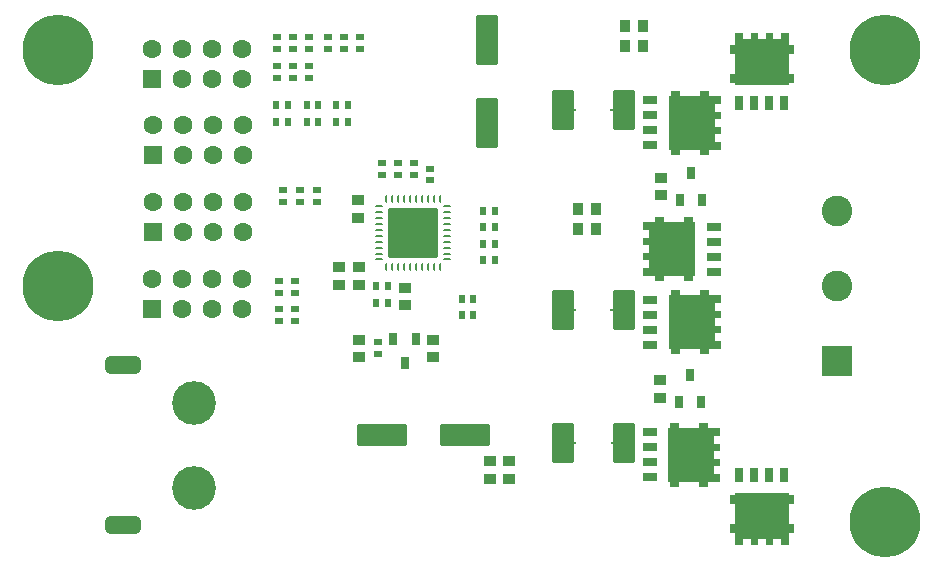
<source format=gbr>
G04*
G04 #@! TF.GenerationSoftware,Altium Limited,Altium Designer,24.10.1 (45)*
G04*
G04 Layer_Color=255*
%FSLAX25Y25*%
%MOIN*%
G70*
G04*
G04 #@! TF.SameCoordinates,CBAACD6F-12D9-4D4A-9EA7-E70620961981*
G04*
G04*
G04 #@! TF.FilePolarity,Positive*
G04*
G01*
G75*
G04:AMPARAMS|DCode=14|XSize=70.87mil|YSize=133.86mil|CornerRadius=5.32mil|HoleSize=0mil|Usage=FLASHONLY|Rotation=0.000|XOffset=0mil|YOffset=0mil|HoleType=Round|Shape=RoundedRectangle|*
%AMROUNDEDRECTD14*
21,1,0.07087,0.12323,0,0,0.0*
21,1,0.06024,0.13386,0,0,0.0*
1,1,0.01063,0.03012,-0.06161*
1,1,0.01063,-0.03012,-0.06161*
1,1,0.01063,-0.03012,0.06161*
1,1,0.01063,0.03012,0.06161*
%
%ADD14ROUNDEDRECTD14*%
G04:AMPARAMS|DCode=15|XSize=21.65mil|YSize=25.59mil|CornerRadius=1.62mil|HoleSize=0mil|Usage=FLASHONLY|Rotation=0.000|XOffset=0mil|YOffset=0mil|HoleType=Round|Shape=RoundedRectangle|*
%AMROUNDEDRECTD15*
21,1,0.02165,0.02234,0,0,0.0*
21,1,0.01841,0.02559,0,0,0.0*
1,1,0.00325,0.00920,-0.01117*
1,1,0.00325,-0.00920,-0.01117*
1,1,0.00325,-0.00920,0.01117*
1,1,0.00325,0.00920,0.01117*
%
%ADD15ROUNDEDRECTD15*%
G04:AMPARAMS|DCode=16|XSize=35.43mil|YSize=39.37mil|CornerRadius=2.66mil|HoleSize=0mil|Usage=FLASHONLY|Rotation=90.000|XOffset=0mil|YOffset=0mil|HoleType=Round|Shape=RoundedRectangle|*
%AMROUNDEDRECTD16*
21,1,0.03543,0.03406,0,0,90.0*
21,1,0.03012,0.03937,0,0,90.0*
1,1,0.00532,0.01703,0.01506*
1,1,0.00532,0.01703,-0.01506*
1,1,0.00532,-0.01703,-0.01506*
1,1,0.00532,-0.01703,0.01506*
%
%ADD16ROUNDEDRECTD16*%
G04:AMPARAMS|DCode=17|XSize=21.65mil|YSize=25.59mil|CornerRadius=1.62mil|HoleSize=0mil|Usage=FLASHONLY|Rotation=90.000|XOffset=0mil|YOffset=0mil|HoleType=Round|Shape=RoundedRectangle|*
%AMROUNDEDRECTD17*
21,1,0.02165,0.02234,0,0,90.0*
21,1,0.01841,0.02559,0,0,90.0*
1,1,0.00325,0.01117,0.00920*
1,1,0.00325,0.01117,-0.00920*
1,1,0.00325,-0.01117,-0.00920*
1,1,0.00325,-0.01117,0.00920*
%
%ADD17ROUNDEDRECTD17*%
G04:AMPARAMS|DCode=18|XSize=25.59mil|YSize=43.31mil|CornerRadius=1.92mil|HoleSize=0mil|Usage=FLASHONLY|Rotation=0.000|XOffset=0mil|YOffset=0mil|HoleType=Round|Shape=RoundedRectangle|*
%AMROUNDEDRECTD18*
21,1,0.02559,0.03947,0,0,0.0*
21,1,0.02175,0.04331,0,0,0.0*
1,1,0.00384,0.01088,-0.01973*
1,1,0.00384,-0.01088,-0.01973*
1,1,0.00384,-0.01088,0.01973*
1,1,0.00384,0.01088,0.01973*
%
%ADD18ROUNDEDRECTD18*%
G04:AMPARAMS|DCode=19|XSize=35.43mil|YSize=39.37mil|CornerRadius=2.66mil|HoleSize=0mil|Usage=FLASHONLY|Rotation=0.000|XOffset=0mil|YOffset=0mil|HoleType=Round|Shape=RoundedRectangle|*
%AMROUNDEDRECTD19*
21,1,0.03543,0.03406,0,0,0.0*
21,1,0.03012,0.03937,0,0,0.0*
1,1,0.00532,0.01506,-0.01703*
1,1,0.00532,-0.01506,-0.01703*
1,1,0.00532,-0.01506,0.01703*
1,1,0.00532,0.01506,0.01703*
%
%ADD19ROUNDEDRECTD19*%
%ADD20R,0.00500X0.00500*%
%ADD21R,0.01000X0.00500*%
G04:AMPARAMS|DCode=22|XSize=25.59mil|YSize=49.21mil|CornerRadius=0.64mil|HoleSize=0mil|Usage=FLASHONLY|Rotation=270.000|XOffset=0mil|YOffset=0mil|HoleType=Round|Shape=RoundedRectangle|*
%AMROUNDEDRECTD22*
21,1,0.02559,0.04793,0,0,270.0*
21,1,0.02431,0.04921,0,0,270.0*
1,1,0.00128,-0.02397,-0.01216*
1,1,0.00128,-0.02397,0.01216*
1,1,0.00128,0.02397,0.01216*
1,1,0.00128,0.02397,-0.01216*
%
%ADD22ROUNDEDRECTD22*%
G04:AMPARAMS|DCode=23|XSize=25.59mil|YSize=49.21mil|CornerRadius=0.64mil|HoleSize=0mil|Usage=FLASHONLY|Rotation=180.000|XOffset=0mil|YOffset=0mil|HoleType=Round|Shape=RoundedRectangle|*
%AMROUNDEDRECTD23*
21,1,0.02559,0.04793,0,0,180.0*
21,1,0.02431,0.04921,0,0,180.0*
1,1,0.00128,-0.01216,0.02397*
1,1,0.00128,0.01216,0.02397*
1,1,0.00128,0.01216,-0.02397*
1,1,0.00128,-0.01216,-0.02397*
%
%ADD23ROUNDEDRECTD23*%
G04:AMPARAMS|DCode=24|XSize=23.62mil|YSize=43.31mil|CornerRadius=1.77mil|HoleSize=0mil|Usage=FLASHONLY|Rotation=180.000|XOffset=0mil|YOffset=0mil|HoleType=Round|Shape=RoundedRectangle|*
%AMROUNDEDRECTD24*
21,1,0.02362,0.03976,0,0,180.0*
21,1,0.02008,0.04331,0,0,180.0*
1,1,0.00354,-0.01004,0.01988*
1,1,0.00354,0.01004,0.01988*
1,1,0.00354,0.01004,-0.01988*
1,1,0.00354,-0.01004,-0.01988*
%
%ADD24ROUNDEDRECTD24*%
G04:AMPARAMS|DCode=25|XSize=165.35mil|YSize=74.8mil|CornerRadius=5.61mil|HoleSize=0mil|Usage=FLASHONLY|Rotation=90.000|XOffset=0mil|YOffset=0mil|HoleType=Round|Shape=RoundedRectangle|*
%AMROUNDEDRECTD25*
21,1,0.16535,0.06358,0,0,90.0*
21,1,0.15413,0.07480,0,0,90.0*
1,1,0.01122,0.03179,0.07707*
1,1,0.01122,0.03179,-0.07707*
1,1,0.01122,-0.03179,-0.07707*
1,1,0.01122,-0.03179,0.07707*
%
%ADD25ROUNDEDRECTD25*%
G04:AMPARAMS|DCode=26|XSize=165.35mil|YSize=74.8mil|CornerRadius=5.61mil|HoleSize=0mil|Usage=FLASHONLY|Rotation=180.000|XOffset=0mil|YOffset=0mil|HoleType=Round|Shape=RoundedRectangle|*
%AMROUNDEDRECTD26*
21,1,0.16535,0.06358,0,0,180.0*
21,1,0.15413,0.07480,0,0,180.0*
1,1,0.01122,-0.07707,0.03179*
1,1,0.01122,0.07707,0.03179*
1,1,0.01122,0.07707,-0.03179*
1,1,0.01122,-0.07707,-0.03179*
%
%ADD26ROUNDEDRECTD26*%
G04:AMPARAMS|DCode=27|XSize=163.39mil|YSize=163.39mil|CornerRadius=1.63mil|HoleSize=0mil|Usage=FLASHONLY|Rotation=90.000|XOffset=0mil|YOffset=0mil|HoleType=Round|Shape=RoundedRectangle|*
%AMROUNDEDRECTD27*
21,1,0.16339,0.16012,0,0,90.0*
21,1,0.16012,0.16339,0,0,90.0*
1,1,0.00327,0.08006,0.08006*
1,1,0.00327,0.08006,-0.08006*
1,1,0.00327,-0.08006,-0.08006*
1,1,0.00327,-0.08006,0.08006*
%
%ADD27ROUNDEDRECTD27*%
G04:AMPARAMS|DCode=28|XSize=8.66mil|YSize=23.62mil|CornerRadius=1.95mil|HoleSize=0mil|Usage=FLASHONLY|Rotation=90.000|XOffset=0mil|YOffset=0mil|HoleType=Round|Shape=RoundedRectangle|*
%AMROUNDEDRECTD28*
21,1,0.00866,0.01972,0,0,90.0*
21,1,0.00476,0.02362,0,0,90.0*
1,1,0.00390,0.00986,0.00238*
1,1,0.00390,0.00986,-0.00238*
1,1,0.00390,-0.00986,-0.00238*
1,1,0.00390,-0.00986,0.00238*
%
%ADD28ROUNDEDRECTD28*%
G04:AMPARAMS|DCode=29|XSize=8.66mil|YSize=23.62mil|CornerRadius=1.95mil|HoleSize=0mil|Usage=FLASHONLY|Rotation=180.000|XOffset=0mil|YOffset=0mil|HoleType=Round|Shape=RoundedRectangle|*
%AMROUNDEDRECTD29*
21,1,0.00866,0.01972,0,0,180.0*
21,1,0.00476,0.02362,0,0,180.0*
1,1,0.00390,-0.00238,0.00986*
1,1,0.00390,0.00238,0.00986*
1,1,0.00390,0.00238,-0.00986*
1,1,0.00390,-0.00238,-0.00986*
%
%ADD29ROUNDEDRECTD29*%
%AMCUSTOMSHAPE51*
4,1,32,-0.08012,0.10630,-0.08012,0.09055,-0.08760,0.09055,-0.08760,-0.09055,-0.08012,-0.09055,-0.08012,-0.10630,-0.04862,-0.10630,-0.04862,-0.09055,0.01634,-0.09055,0.01634,-0.10630,0.04784,-0.10630,0.04784,-0.09055,0.08760,-0.09055,0.08760,-0.06201,0.06594,-0.06201,0.06594,-0.03740,0.08760,-0.03740,0.08760,-0.01221,0.06594,-0.01221,0.06594,0.01221,0.08760,0.01221,0.08760,0.03740,0.06594,0.03740,0.06594,0.06201,0.08760,0.06201,0.08760,0.09055,0.04784,0.09055,0.04784,0.10630,0.01634,0.10630,0.01634,0.09055,-0.04862,0.09055,-0.04862,0.10630,-0.08012,0.10630,0.0*%
%ADD51CUSTOMSHAPE51*%

%AMCUSTOMSHAPE52*
4,1,32,0.10630,0.08012,0.09055,0.08012,0.09055,0.08760,-0.09055,0.08760,-0.09055,0.08012,-0.10630,0.08012,-0.10630,0.04862,-0.09055,0.04862,-0.09055,-0.01634,-0.10630,-0.01634,-0.10630,-0.04784,-0.09055,-0.04784,-0.09055,-0.08760,-0.06201,-0.08760,-0.06201,-0.06594,-0.03740,-0.06594,-0.03740,-0.08760,-0.01221,-0.08760,-0.01221,-0.06594,0.01221,-0.06594,0.01221,-0.08760,0.03740,-0.08760,0.03740,-0.06594,0.06201,-0.06594,0.06201,-0.08760,0.09055,-0.08760,0.09055,-0.04784,0.10630,-0.04784,0.10630,-0.01634,0.09055,-0.01634,0.09055,0.04862,0.10630,0.04862,0.10630,0.08012,0.0*%
%ADD52CUSTOMSHAPE52*%

%AMCUSTOMSHAPE53*
4,1,32,0.08012,-0.10630,0.08012,-0.09055,0.08760,-0.09055,0.08760,0.09055,0.08012,0.09055,0.08012,0.10630,0.04862,0.10630,0.04862,0.09055,-0.01634,0.09055,-0.01634,0.10630,-0.04784,0.10630,-0.04784,0.09055,-0.08760,0.09055,-0.08760,0.06201,-0.06594,0.06201,-0.06594,0.03740,-0.08760,0.03740,-0.08760,0.01221,-0.06594,0.01221,-0.06594,-0.01221,-0.08760,-0.01221,-0.08760,-0.03740,-0.06594,-0.03740,-0.06594,-0.06201,-0.08760,-0.06201,-0.08760,-0.09055,-0.04784,-0.09055,-0.04784,-0.10630,-0.01634,-0.10630,-0.01634,-0.09055,0.04862,-0.09055,0.04862,-0.10630,0.08012,-0.10630,0.0*%
%ADD53CUSTOMSHAPE53*%

%AMCUSTOMSHAPE54*
4,1,32,-0.10630,-0.08012,-0.09055,-0.08012,-0.09055,-0.08760,0.09055,-0.08760,0.09055,-0.08012,0.10630,-0.08012,0.10630,-0.04862,0.09055,-0.04862,0.09055,0.01634,0.10630,0.01634,0.10630,0.04784,0.09055,0.04784,0.09055,0.08760,0.06201,0.08760,0.06201,0.06594,0.03740,0.06594,0.03740,0.08760,0.01221,0.08760,0.01221,0.06594,-0.01221,0.06594,-0.01221,0.08760,-0.03740,0.08760,-0.03740,0.06594,-0.06201,0.06594,-0.06201,0.08760,-0.09055,0.08760,-0.09055,0.04784,-0.10630,0.04784,-0.10630,0.01634,-0.09055,0.01634,-0.09055,-0.04862,-0.10630,-0.04862,-0.10630,-0.08012,0.0*%
%ADD54CUSTOMSHAPE54*%

%ADD57C,0.23622*%
%ADD58C,0.06299*%
%ADD59R,0.06299X0.06299*%
%ADD60R,0.10236X0.10236*%
%ADD61C,0.10236*%
%ADD62C,0.14567*%
G04:AMPARAMS|DCode=63|XSize=59.06mil|YSize=118.11mil|CornerRadius=14.76mil|HoleSize=0mil|Usage=FLASHONLY|Rotation=90.000|XOffset=0mil|YOffset=0mil|HoleType=Round|Shape=RoundedRectangle|*
%AMROUNDEDRECTD63*
21,1,0.05906,0.08858,0,0,90.0*
21,1,0.02953,0.11811,0,0,90.0*
1,1,0.02953,0.04429,0.01476*
1,1,0.02953,0.04429,-0.01476*
1,1,0.02953,-0.04429,-0.01476*
1,1,0.02953,-0.04429,0.01476*
%
%ADD63ROUNDEDRECTD63*%
D14*
X208366Y46161D02*
D03*
X187894D02*
D03*
X208465Y90354D02*
D03*
X187992D02*
D03*
Y156890D02*
D03*
X208465D02*
D03*
D15*
X165256Y123327D02*
D03*
X161319D02*
D03*
X92520Y158563D02*
D03*
X96457D02*
D03*
X112500D02*
D03*
X116437D02*
D03*
X125787Y92815D02*
D03*
X129724D02*
D03*
X125787Y98228D02*
D03*
X129724D02*
D03*
X161319Y112500D02*
D03*
X165256D02*
D03*
X112500Y153150D02*
D03*
X116437D02*
D03*
X161319Y117913D02*
D03*
X165256D02*
D03*
X154232Y88681D02*
D03*
X158169D02*
D03*
X102559Y153150D02*
D03*
X106496D02*
D03*
X102559Y158563D02*
D03*
X106496D02*
D03*
X161319Y107087D02*
D03*
X165256D02*
D03*
X154232Y94095D02*
D03*
X158169D02*
D03*
X92520Y153150D02*
D03*
X96457D02*
D03*
D16*
X144685Y74508D02*
D03*
Y80413D02*
D03*
X170177Y34055D02*
D03*
Y39961D02*
D03*
X220417Y66929D02*
D03*
Y61024D02*
D03*
X113386Y98622D02*
D03*
Y104528D02*
D03*
X135531Y97835D02*
D03*
Y91929D02*
D03*
X120079Y80413D02*
D03*
Y74508D02*
D03*
X119980Y98622D02*
D03*
Y104528D02*
D03*
X220574Y128543D02*
D03*
Y134449D02*
D03*
X163583Y34055D02*
D03*
Y39961D02*
D03*
X119783Y126870D02*
D03*
Y120965D02*
D03*
D17*
X115059Y181299D02*
D03*
Y177362D02*
D03*
X103445Y171555D02*
D03*
Y167618D02*
D03*
X93307Y86811D02*
D03*
Y90748D02*
D03*
X94882Y130413D02*
D03*
Y126476D02*
D03*
X138386Y139173D02*
D03*
Y135236D02*
D03*
X103445Y177264D02*
D03*
Y181201D02*
D03*
X92618Y167618D02*
D03*
Y171555D02*
D03*
X98032Y167618D02*
D03*
Y171555D02*
D03*
X143799Y137500D02*
D03*
Y133563D02*
D03*
X98032Y181201D02*
D03*
Y177264D02*
D03*
X93307Y96161D02*
D03*
Y100098D02*
D03*
X98721Y96161D02*
D03*
Y100098D02*
D03*
X105905Y130413D02*
D03*
Y126476D02*
D03*
X132972Y139173D02*
D03*
Y135236D02*
D03*
X126378Y79724D02*
D03*
Y75787D02*
D03*
X109646Y181299D02*
D03*
Y177362D02*
D03*
X92618Y181201D02*
D03*
Y177264D02*
D03*
X120472Y181299D02*
D03*
Y177362D02*
D03*
X98721Y86811D02*
D03*
Y90748D02*
D03*
X100394Y130413D02*
D03*
Y126476D02*
D03*
X127559Y139173D02*
D03*
Y135236D02*
D03*
D18*
X230456Y68701D02*
D03*
X234196Y59646D02*
D03*
X226716D02*
D03*
X226907Y127067D02*
D03*
X234388D02*
D03*
X230647Y136122D02*
D03*
D19*
X214665Y178248D02*
D03*
X208760D02*
D03*
X199114Y124114D02*
D03*
X193209D02*
D03*
X199114Y117421D02*
D03*
X193209D02*
D03*
X214665Y184843D02*
D03*
X208760D02*
D03*
D20*
X204876Y90354D02*
D03*
X204626D02*
D03*
X204921Y156890D02*
D03*
X204671D02*
D03*
X191285Y90354D02*
D03*
X191535D02*
D03*
X191228Y46161D02*
D03*
X191478D02*
D03*
X205073D02*
D03*
X204823D02*
D03*
X191285Y156890D02*
D03*
X191535D02*
D03*
D21*
X204126Y90354D02*
D03*
X204171Y156890D02*
D03*
X192035Y90354D02*
D03*
X191978Y46161D02*
D03*
X204323D02*
D03*
X192035Y156890D02*
D03*
D22*
X217224Y93701D02*
D03*
Y88701D02*
D03*
Y78701D02*
D03*
Y83701D02*
D03*
Y160256D02*
D03*
Y155256D02*
D03*
Y145256D02*
D03*
Y150256D02*
D03*
X217126Y49528D02*
D03*
Y44528D02*
D03*
Y34528D02*
D03*
Y39528D02*
D03*
X238287Y103130D02*
D03*
Y108130D02*
D03*
Y118130D02*
D03*
Y113130D02*
D03*
D23*
X261752Y35433D02*
D03*
X256752D02*
D03*
X246752D02*
D03*
X251752D02*
D03*
X246752Y159350D02*
D03*
X251752D02*
D03*
X261752D02*
D03*
X256752D02*
D03*
D24*
X135236Y72539D02*
D03*
X131496Y80807D02*
D03*
X138976D02*
D03*
D25*
X162598Y152756D02*
D03*
Y180315D02*
D03*
D26*
X155413Y48720D02*
D03*
X127854D02*
D03*
D27*
X138045Y116041D02*
D03*
D28*
X126627Y107183D02*
D03*
Y109151D02*
D03*
Y111120D02*
D03*
Y113089D02*
D03*
Y115057D02*
D03*
Y117025D02*
D03*
Y118994D02*
D03*
Y120963D02*
D03*
Y122931D02*
D03*
Y124899D02*
D03*
X149462D02*
D03*
Y122931D02*
D03*
Y120963D02*
D03*
Y118994D02*
D03*
Y117025D02*
D03*
Y115057D02*
D03*
Y113089D02*
D03*
Y111120D02*
D03*
Y109151D02*
D03*
Y107183D02*
D03*
D29*
X129186Y127459D02*
D03*
X131155D02*
D03*
X133123D02*
D03*
X135092D02*
D03*
X137060D02*
D03*
X139029D02*
D03*
X140997D02*
D03*
X142966D02*
D03*
X144934D02*
D03*
X146903D02*
D03*
Y104624D02*
D03*
X144934D02*
D03*
X142966D02*
D03*
X140997D02*
D03*
X139029D02*
D03*
X137060D02*
D03*
X135092D02*
D03*
X133123D02*
D03*
X131155D02*
D03*
X129186D02*
D03*
D51*
X231988Y86201D02*
D03*
Y152756D02*
D03*
X231890Y42028D02*
D03*
D52*
X254252Y20669D02*
D03*
D53*
X223524Y110630D02*
D03*
D54*
X254252Y174114D02*
D03*
D57*
X19685Y177165D02*
D03*
Y98425D02*
D03*
X295276Y177165D02*
D03*
Y19685D02*
D03*
D58*
X51181Y100551D02*
D03*
X81181D02*
D03*
X61181D02*
D03*
X71181D02*
D03*
X81181Y90551D02*
D03*
X61181D02*
D03*
X71181D02*
D03*
X71282Y141991D02*
D03*
X61282D02*
D03*
X81282D02*
D03*
X71282Y151991D02*
D03*
X61282D02*
D03*
X81282D02*
D03*
X51282D02*
D03*
X71282Y116400D02*
D03*
X61282D02*
D03*
X81282D02*
D03*
X71282Y126400D02*
D03*
X61282D02*
D03*
X81282D02*
D03*
X51282D02*
D03*
X71181Y167323D02*
D03*
X61181D02*
D03*
X81181D02*
D03*
X71181Y177323D02*
D03*
X61181D02*
D03*
X81181D02*
D03*
X51181D02*
D03*
D59*
Y90551D02*
D03*
X51282Y141991D02*
D03*
Y116400D02*
D03*
X51181Y167323D02*
D03*
D60*
X279528Y73425D02*
D03*
D61*
Y98425D02*
D03*
Y123425D02*
D03*
D62*
X64961Y31102D02*
D03*
Y59449D02*
D03*
D63*
X41339Y18701D02*
D03*
Y71850D02*
D03*
M02*

</source>
